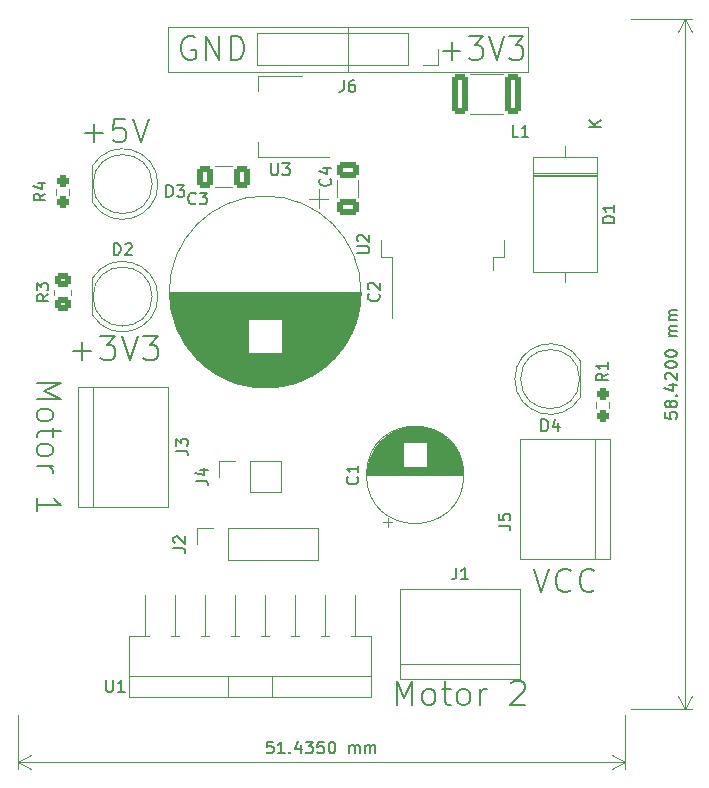
<source format=gto>
%TF.GenerationSoftware,KiCad,Pcbnew,(6.0.8)*%
%TF.CreationDate,2022-10-23T00:13:42+03:00*%
%TF.ProjectId,PowerBoard,506f7765-7242-46f6-9172-642e6b696361,rev?*%
%TF.SameCoordinates,Original*%
%TF.FileFunction,Legend,Top*%
%TF.FilePolarity,Positive*%
%FSLAX46Y46*%
G04 Gerber Fmt 4.6, Leading zero omitted, Abs format (unit mm)*
G04 Created by KiCad (PCBNEW (6.0.8)) date 2022-10-23 00:13:42*
%MOMM*%
%LPD*%
G01*
G04 APERTURE LIST*
G04 Aperture macros list*
%AMRoundRect*
0 Rectangle with rounded corners*
0 $1 Rounding radius*
0 $2 $3 $4 $5 $6 $7 $8 $9 X,Y pos of 4 corners*
0 Add a 4 corners polygon primitive as box body*
4,1,4,$2,$3,$4,$5,$6,$7,$8,$9,$2,$3,0*
0 Add four circle primitives for the rounded corners*
1,1,$1+$1,$2,$3*
1,1,$1+$1,$4,$5*
1,1,$1+$1,$6,$7*
1,1,$1+$1,$8,$9*
0 Add four rect primitives between the rounded corners*
20,1,$1+$1,$2,$3,$4,$5,0*
20,1,$1+$1,$4,$5,$6,$7,0*
20,1,$1+$1,$6,$7,$8,$9,0*
20,1,$1+$1,$8,$9,$2,$3,0*%
G04 Aperture macros list end*
%ADD10C,0.120000*%
%ADD11C,0.150000*%
%ADD12R,1.600000X1.600000*%
%ADD13C,1.600000*%
%ADD14R,1.700000X1.700000*%
%ADD15O,1.700000X1.700000*%
%ADD16RoundRect,0.237500X-0.237500X0.250000X-0.237500X-0.250000X0.237500X-0.250000X0.237500X0.250000X0*%
%ADD17R,2.400000X2.400000*%
%ADD18C,2.400000*%
%ADD19R,1.800000X1.800000*%
%ADD20C,1.800000*%
%ADD21C,3.600000*%
%ADD22C,5.600000*%
%ADD23R,3.000000X3.000000*%
%ADD24C,3.000000*%
%ADD25RoundRect,0.250000X0.450000X-0.350000X0.450000X0.350000X-0.450000X0.350000X-0.450000X-0.350000X0*%
%ADD26O,1.800000X1.800000*%
%ADD27R,3.200000X3.200000*%
%ADD28O,3.200000X3.200000*%
%ADD29R,2.000000X1.500000*%
%ADD30R,2.000000X3.800000*%
%ADD31R,1.100000X4.600000*%
%ADD32R,10.800000X9.400000*%
%ADD33RoundRect,0.250000X0.400000X1.450000X-0.400000X1.450000X-0.400000X-1.450000X0.400000X-1.450000X0*%
%ADD34RoundRect,0.250000X0.412500X0.650000X-0.412500X0.650000X-0.412500X-0.650000X0.412500X-0.650000X0*%
%ADD35RoundRect,0.250000X0.650000X-0.412500X0.650000X0.412500X-0.650000X0.412500X-0.650000X-0.412500X0*%
G04 APERTURE END LIST*
D10*
X211455000Y-27305000D02*
X226695000Y-27305000D01*
X226695000Y-27305000D02*
X226695000Y-31115000D01*
X226695000Y-31115000D02*
X211455000Y-31115000D01*
X211455000Y-31115000D02*
X211455000Y-27305000D01*
X226695000Y-27305000D02*
X241935000Y-27305000D01*
X241935000Y-27305000D02*
X241935000Y-31115000D01*
X241935000Y-31115000D02*
X226695000Y-31115000D01*
X226695000Y-31115000D02*
X226695000Y-27305000D01*
D11*
X203486190Y-54752857D02*
X205010000Y-54752857D01*
X204248095Y-55514761D02*
X204248095Y-53990952D01*
X205771904Y-53514761D02*
X207010000Y-53514761D01*
X206343333Y-54276666D01*
X206629047Y-54276666D01*
X206819523Y-54371904D01*
X206914761Y-54467142D01*
X207010000Y-54657619D01*
X207010000Y-55133809D01*
X206914761Y-55324285D01*
X206819523Y-55419523D01*
X206629047Y-55514761D01*
X206057619Y-55514761D01*
X205867142Y-55419523D01*
X205771904Y-55324285D01*
X207581428Y-53514761D02*
X208248095Y-55514761D01*
X208914761Y-53514761D01*
X209390952Y-53514761D02*
X210629047Y-53514761D01*
X209962380Y-54276666D01*
X210248095Y-54276666D01*
X210438571Y-54371904D01*
X210533809Y-54467142D01*
X210629047Y-54657619D01*
X210629047Y-55133809D01*
X210533809Y-55324285D01*
X210438571Y-55419523D01*
X210248095Y-55514761D01*
X209676666Y-55514761D01*
X209486190Y-55419523D01*
X209390952Y-55324285D01*
X234777380Y-29352857D02*
X236225000Y-29352857D01*
X235501190Y-30114761D02*
X235501190Y-28590952D01*
X236948809Y-28114761D02*
X238125000Y-28114761D01*
X237491666Y-28876666D01*
X237763095Y-28876666D01*
X237944047Y-28971904D01*
X238034523Y-29067142D01*
X238125000Y-29257619D01*
X238125000Y-29733809D01*
X238034523Y-29924285D01*
X237944047Y-30019523D01*
X237763095Y-30114761D01*
X237220238Y-30114761D01*
X237039285Y-30019523D01*
X236948809Y-29924285D01*
X238667857Y-28114761D02*
X239301190Y-30114761D01*
X239934523Y-28114761D01*
X240386904Y-28114761D02*
X241563095Y-28114761D01*
X240929761Y-28876666D01*
X241201190Y-28876666D01*
X241382142Y-28971904D01*
X241472619Y-29067142D01*
X241563095Y-29257619D01*
X241563095Y-29733809D01*
X241472619Y-29924285D01*
X241382142Y-30019523D01*
X241201190Y-30114761D01*
X240658333Y-30114761D01*
X240477380Y-30019523D01*
X240386904Y-29924285D01*
X242443333Y-73199761D02*
X243110000Y-75199761D01*
X243776666Y-73199761D01*
X245586190Y-75009285D02*
X245490952Y-75104523D01*
X245205238Y-75199761D01*
X245014761Y-75199761D01*
X244729047Y-75104523D01*
X244538571Y-74914047D01*
X244443333Y-74723571D01*
X244348095Y-74342619D01*
X244348095Y-74056904D01*
X244443333Y-73675952D01*
X244538571Y-73485476D01*
X244729047Y-73295000D01*
X245014761Y-73199761D01*
X245205238Y-73199761D01*
X245490952Y-73295000D01*
X245586190Y-73390238D01*
X247586190Y-75009285D02*
X247490952Y-75104523D01*
X247205238Y-75199761D01*
X247014761Y-75199761D01*
X246729047Y-75104523D01*
X246538571Y-74914047D01*
X246443333Y-74723571D01*
X246348095Y-74342619D01*
X246348095Y-74056904D01*
X246443333Y-73675952D01*
X246538571Y-73485476D01*
X246729047Y-73295000D01*
X247014761Y-73199761D01*
X247205238Y-73199761D01*
X247490952Y-73295000D01*
X247586190Y-73390238D01*
X230839047Y-84724761D02*
X230839047Y-82724761D01*
X231505714Y-84153333D01*
X232172380Y-82724761D01*
X232172380Y-84724761D01*
X233410476Y-84724761D02*
X233220000Y-84629523D01*
X233124761Y-84534285D01*
X233029523Y-84343809D01*
X233029523Y-83772380D01*
X233124761Y-83581904D01*
X233220000Y-83486666D01*
X233410476Y-83391428D01*
X233696190Y-83391428D01*
X233886666Y-83486666D01*
X233981904Y-83581904D01*
X234077142Y-83772380D01*
X234077142Y-84343809D01*
X233981904Y-84534285D01*
X233886666Y-84629523D01*
X233696190Y-84724761D01*
X233410476Y-84724761D01*
X234648571Y-83391428D02*
X235410476Y-83391428D01*
X234934285Y-82724761D02*
X234934285Y-84439047D01*
X235029523Y-84629523D01*
X235220000Y-84724761D01*
X235410476Y-84724761D01*
X236362857Y-84724761D02*
X236172380Y-84629523D01*
X236077142Y-84534285D01*
X235981904Y-84343809D01*
X235981904Y-83772380D01*
X236077142Y-83581904D01*
X236172380Y-83486666D01*
X236362857Y-83391428D01*
X236648571Y-83391428D01*
X236839047Y-83486666D01*
X236934285Y-83581904D01*
X237029523Y-83772380D01*
X237029523Y-84343809D01*
X236934285Y-84534285D01*
X236839047Y-84629523D01*
X236648571Y-84724761D01*
X236362857Y-84724761D01*
X237886666Y-84724761D02*
X237886666Y-83391428D01*
X237886666Y-83772380D02*
X237981904Y-83581904D01*
X238077142Y-83486666D01*
X238267619Y-83391428D01*
X238458095Y-83391428D01*
X240553333Y-82915238D02*
X240648571Y-82820000D01*
X240839047Y-82724761D01*
X241315238Y-82724761D01*
X241505714Y-82820000D01*
X241600952Y-82915238D01*
X241696190Y-83105714D01*
X241696190Y-83296190D01*
X241600952Y-83581904D01*
X240458095Y-84724761D01*
X241696190Y-84724761D01*
X200390238Y-57484047D02*
X202390238Y-57484047D01*
X200961666Y-58150714D01*
X202390238Y-58817380D01*
X200390238Y-58817380D01*
X200390238Y-60055476D02*
X200485476Y-59865000D01*
X200580714Y-59769761D01*
X200771190Y-59674523D01*
X201342619Y-59674523D01*
X201533095Y-59769761D01*
X201628333Y-59865000D01*
X201723571Y-60055476D01*
X201723571Y-60341190D01*
X201628333Y-60531666D01*
X201533095Y-60626904D01*
X201342619Y-60722142D01*
X200771190Y-60722142D01*
X200580714Y-60626904D01*
X200485476Y-60531666D01*
X200390238Y-60341190D01*
X200390238Y-60055476D01*
X201723571Y-61293571D02*
X201723571Y-62055476D01*
X202390238Y-61579285D02*
X200675952Y-61579285D01*
X200485476Y-61674523D01*
X200390238Y-61865000D01*
X200390238Y-62055476D01*
X200390238Y-63007857D02*
X200485476Y-62817380D01*
X200580714Y-62722142D01*
X200771190Y-62626904D01*
X201342619Y-62626904D01*
X201533095Y-62722142D01*
X201628333Y-62817380D01*
X201723571Y-63007857D01*
X201723571Y-63293571D01*
X201628333Y-63484047D01*
X201533095Y-63579285D01*
X201342619Y-63674523D01*
X200771190Y-63674523D01*
X200580714Y-63579285D01*
X200485476Y-63484047D01*
X200390238Y-63293571D01*
X200390238Y-63007857D01*
X200390238Y-64531666D02*
X201723571Y-64531666D01*
X201342619Y-64531666D02*
X201533095Y-64626904D01*
X201628333Y-64722142D01*
X201723571Y-64912619D01*
X201723571Y-65103095D01*
X200390238Y-68341190D02*
X200390238Y-67198333D01*
X200390238Y-67769761D02*
X202390238Y-67769761D01*
X202104523Y-67579285D01*
X201914047Y-67388809D01*
X201818809Y-67198333D01*
X204438571Y-36337857D02*
X205962380Y-36337857D01*
X205200476Y-37099761D02*
X205200476Y-35575952D01*
X207867142Y-35099761D02*
X206914761Y-35099761D01*
X206819523Y-36052142D01*
X206914761Y-35956904D01*
X207105238Y-35861666D01*
X207581428Y-35861666D01*
X207771904Y-35956904D01*
X207867142Y-36052142D01*
X207962380Y-36242619D01*
X207962380Y-36718809D01*
X207867142Y-36909285D01*
X207771904Y-37004523D01*
X207581428Y-37099761D01*
X207105238Y-37099761D01*
X206914761Y-37004523D01*
X206819523Y-36909285D01*
X208533809Y-35099761D02*
X209200476Y-37099761D01*
X209867142Y-35099761D01*
X213741190Y-28210000D02*
X213550714Y-28114761D01*
X213265000Y-28114761D01*
X212979285Y-28210000D01*
X212788809Y-28400476D01*
X212693571Y-28590952D01*
X212598333Y-28971904D01*
X212598333Y-29257619D01*
X212693571Y-29638571D01*
X212788809Y-29829047D01*
X212979285Y-30019523D01*
X213265000Y-30114761D01*
X213455476Y-30114761D01*
X213741190Y-30019523D01*
X213836428Y-29924285D01*
X213836428Y-29257619D01*
X213455476Y-29257619D01*
X214693571Y-30114761D02*
X214693571Y-28114761D01*
X215836428Y-30114761D01*
X215836428Y-28114761D01*
X216788809Y-30114761D02*
X216788809Y-28114761D01*
X217265000Y-28114761D01*
X217550714Y-28210000D01*
X217741190Y-28400476D01*
X217836428Y-28590952D01*
X217931666Y-28971904D01*
X217931666Y-29257619D01*
X217836428Y-29638571D01*
X217741190Y-29829047D01*
X217550714Y-30019523D01*
X217265000Y-30114761D01*
X216788809Y-30114761D01*
X253572380Y-59975238D02*
X253572380Y-60451428D01*
X254048571Y-60499047D01*
X254000952Y-60451428D01*
X253953333Y-60356190D01*
X253953333Y-60118095D01*
X254000952Y-60022857D01*
X254048571Y-59975238D01*
X254143809Y-59927619D01*
X254381904Y-59927619D01*
X254477142Y-59975238D01*
X254524761Y-60022857D01*
X254572380Y-60118095D01*
X254572380Y-60356190D01*
X254524761Y-60451428D01*
X254477142Y-60499047D01*
X254000952Y-59356190D02*
X253953333Y-59451428D01*
X253905714Y-59499047D01*
X253810476Y-59546666D01*
X253762857Y-59546666D01*
X253667619Y-59499047D01*
X253620000Y-59451428D01*
X253572380Y-59356190D01*
X253572380Y-59165714D01*
X253620000Y-59070476D01*
X253667619Y-59022857D01*
X253762857Y-58975238D01*
X253810476Y-58975238D01*
X253905714Y-59022857D01*
X253953333Y-59070476D01*
X254000952Y-59165714D01*
X254000952Y-59356190D01*
X254048571Y-59451428D01*
X254096190Y-59499047D01*
X254191428Y-59546666D01*
X254381904Y-59546666D01*
X254477142Y-59499047D01*
X254524761Y-59451428D01*
X254572380Y-59356190D01*
X254572380Y-59165714D01*
X254524761Y-59070476D01*
X254477142Y-59022857D01*
X254381904Y-58975238D01*
X254191428Y-58975238D01*
X254096190Y-59022857D01*
X254048571Y-59070476D01*
X254000952Y-59165714D01*
X254477142Y-58546666D02*
X254524761Y-58499047D01*
X254572380Y-58546666D01*
X254524761Y-58594285D01*
X254477142Y-58546666D01*
X254572380Y-58546666D01*
X253905714Y-57641904D02*
X254572380Y-57641904D01*
X253524761Y-57880000D02*
X254239047Y-58118095D01*
X254239047Y-57499047D01*
X253667619Y-57165714D02*
X253620000Y-57118095D01*
X253572380Y-57022857D01*
X253572380Y-56784761D01*
X253620000Y-56689523D01*
X253667619Y-56641904D01*
X253762857Y-56594285D01*
X253858095Y-56594285D01*
X254000952Y-56641904D01*
X254572380Y-57213333D01*
X254572380Y-56594285D01*
X253572380Y-55975238D02*
X253572380Y-55880000D01*
X253620000Y-55784761D01*
X253667619Y-55737142D01*
X253762857Y-55689523D01*
X253953333Y-55641904D01*
X254191428Y-55641904D01*
X254381904Y-55689523D01*
X254477142Y-55737142D01*
X254524761Y-55784761D01*
X254572380Y-55880000D01*
X254572380Y-55975238D01*
X254524761Y-56070476D01*
X254477142Y-56118095D01*
X254381904Y-56165714D01*
X254191428Y-56213333D01*
X253953333Y-56213333D01*
X253762857Y-56165714D01*
X253667619Y-56118095D01*
X253620000Y-56070476D01*
X253572380Y-55975238D01*
X253572380Y-55022857D02*
X253572380Y-54927619D01*
X253620000Y-54832380D01*
X253667619Y-54784761D01*
X253762857Y-54737142D01*
X253953333Y-54689523D01*
X254191428Y-54689523D01*
X254381904Y-54737142D01*
X254477142Y-54784761D01*
X254524761Y-54832380D01*
X254572380Y-54927619D01*
X254572380Y-55022857D01*
X254524761Y-55118095D01*
X254477142Y-55165714D01*
X254381904Y-55213333D01*
X254191428Y-55260952D01*
X253953333Y-55260952D01*
X253762857Y-55213333D01*
X253667619Y-55165714D01*
X253620000Y-55118095D01*
X253572380Y-55022857D01*
X254572380Y-53499047D02*
X253905714Y-53499047D01*
X254000952Y-53499047D02*
X253953333Y-53451428D01*
X253905714Y-53356190D01*
X253905714Y-53213333D01*
X253953333Y-53118095D01*
X254048571Y-53070476D01*
X254572380Y-53070476D01*
X254048571Y-53070476D02*
X253953333Y-53022857D01*
X253905714Y-52927619D01*
X253905714Y-52784761D01*
X253953333Y-52689523D01*
X254048571Y-52641904D01*
X254572380Y-52641904D01*
X254572380Y-52165714D02*
X253905714Y-52165714D01*
X254000952Y-52165714D02*
X253953333Y-52118095D01*
X253905714Y-52022857D01*
X253905714Y-51880000D01*
X253953333Y-51784761D01*
X254048571Y-51737142D01*
X254572380Y-51737142D01*
X254048571Y-51737142D02*
X253953333Y-51689523D01*
X253905714Y-51594285D01*
X253905714Y-51451428D01*
X253953333Y-51356190D01*
X254048571Y-51308571D01*
X254572380Y-51308571D01*
D10*
X250690000Y-26670000D02*
X255856420Y-26670000D01*
X250690000Y-85090000D02*
X255856420Y-85090000D01*
X255270000Y-26670000D02*
X255270000Y-85090000D01*
X255270000Y-26670000D02*
X255270000Y-85090000D01*
X255270000Y-26670000D02*
X254683579Y-27796504D01*
X255270000Y-26670000D02*
X255856421Y-27796504D01*
X255270000Y-85090000D02*
X255856421Y-83963496D01*
X255270000Y-85090000D02*
X254683579Y-83963496D01*
D11*
X220377261Y-87837379D02*
X219901071Y-87837379D01*
X219853452Y-88313570D01*
X219901071Y-88265951D01*
X219996309Y-88218332D01*
X220234404Y-88218332D01*
X220329642Y-88265951D01*
X220377261Y-88313570D01*
X220424880Y-88408808D01*
X220424880Y-88646903D01*
X220377261Y-88742141D01*
X220329642Y-88789760D01*
X220234404Y-88837379D01*
X219996309Y-88837379D01*
X219901071Y-88789760D01*
X219853452Y-88742141D01*
X221377261Y-88837379D02*
X220805833Y-88837379D01*
X221091547Y-88837379D02*
X221091547Y-87837379D01*
X220996309Y-87980237D01*
X220901071Y-88075475D01*
X220805833Y-88123094D01*
X221805833Y-88742141D02*
X221853452Y-88789760D01*
X221805833Y-88837379D01*
X221758214Y-88789760D01*
X221805833Y-88742141D01*
X221805833Y-88837379D01*
X222710595Y-88170713D02*
X222710595Y-88837379D01*
X222472500Y-87789760D02*
X222234404Y-88504046D01*
X222853452Y-88504046D01*
X223139166Y-87837379D02*
X223758214Y-87837379D01*
X223424880Y-88218332D01*
X223567738Y-88218332D01*
X223662976Y-88265951D01*
X223710595Y-88313570D01*
X223758214Y-88408808D01*
X223758214Y-88646903D01*
X223710595Y-88742141D01*
X223662976Y-88789760D01*
X223567738Y-88837379D01*
X223282023Y-88837379D01*
X223186785Y-88789760D01*
X223139166Y-88742141D01*
X224662976Y-87837379D02*
X224186785Y-87837379D01*
X224139166Y-88313570D01*
X224186785Y-88265951D01*
X224282023Y-88218332D01*
X224520119Y-88218332D01*
X224615357Y-88265951D01*
X224662976Y-88313570D01*
X224710595Y-88408808D01*
X224710595Y-88646903D01*
X224662976Y-88742141D01*
X224615357Y-88789760D01*
X224520119Y-88837379D01*
X224282023Y-88837379D01*
X224186785Y-88789760D01*
X224139166Y-88742141D01*
X225329642Y-87837379D02*
X225424880Y-87837379D01*
X225520119Y-87884999D01*
X225567738Y-87932618D01*
X225615357Y-88027856D01*
X225662976Y-88218332D01*
X225662976Y-88456427D01*
X225615357Y-88646903D01*
X225567738Y-88742141D01*
X225520119Y-88789760D01*
X225424880Y-88837379D01*
X225329642Y-88837379D01*
X225234404Y-88789760D01*
X225186785Y-88742141D01*
X225139166Y-88646903D01*
X225091547Y-88456427D01*
X225091547Y-88218332D01*
X225139166Y-88027856D01*
X225186785Y-87932618D01*
X225234404Y-87884999D01*
X225329642Y-87837379D01*
X226853452Y-88837379D02*
X226853452Y-88170713D01*
X226853452Y-88265951D02*
X226901071Y-88218332D01*
X226996309Y-88170713D01*
X227139166Y-88170713D01*
X227234404Y-88218332D01*
X227282023Y-88313570D01*
X227282023Y-88837379D01*
X227282023Y-88313570D02*
X227329642Y-88218332D01*
X227424880Y-88170713D01*
X227567738Y-88170713D01*
X227662976Y-88218332D01*
X227710595Y-88313570D01*
X227710595Y-88837379D01*
X228186785Y-88837379D02*
X228186785Y-88170713D01*
X228186785Y-88265951D02*
X228234404Y-88218332D01*
X228329642Y-88170713D01*
X228472500Y-88170713D01*
X228567738Y-88218332D01*
X228615357Y-88313570D01*
X228615357Y-88837379D01*
X228615357Y-88313570D02*
X228662976Y-88218332D01*
X228758214Y-88170713D01*
X228901071Y-88170713D01*
X228996309Y-88218332D01*
X229043928Y-88313570D01*
X229043928Y-88837379D01*
D10*
X198755000Y-85590000D02*
X198755000Y-90121419D01*
X250190000Y-85590000D02*
X250190000Y-90121419D01*
X198755000Y-89534999D02*
X250190000Y-89534999D01*
X198755000Y-89534999D02*
X250190000Y-89534999D01*
X198755000Y-89534999D02*
X199881504Y-90121420D01*
X198755000Y-89534999D02*
X199881504Y-88948578D01*
X250190000Y-89534999D02*
X249063496Y-88948578D01*
X250190000Y-89534999D02*
X249063496Y-90121420D01*
D11*
%TO.C,C1*%
X227517142Y-65429421D02*
X227564761Y-65477040D01*
X227612380Y-65619897D01*
X227612380Y-65715135D01*
X227564761Y-65857993D01*
X227469523Y-65953231D01*
X227374285Y-66000850D01*
X227183809Y-66048469D01*
X227040952Y-66048469D01*
X226850476Y-66000850D01*
X226755238Y-65953231D01*
X226660000Y-65857993D01*
X226612380Y-65715135D01*
X226612380Y-65619897D01*
X226660000Y-65477040D01*
X226707619Y-65429421D01*
X227612380Y-64477040D02*
X227612380Y-65048469D01*
X227612380Y-64762755D02*
X226612380Y-64762755D01*
X226755238Y-64857993D01*
X226850476Y-64953231D01*
X226898095Y-65048469D01*
%TO.C,J4*%
X213852380Y-65738333D02*
X214566666Y-65738333D01*
X214709523Y-65785952D01*
X214804761Y-65881190D01*
X214852380Y-66024047D01*
X214852380Y-66119285D01*
X214185714Y-64833571D02*
X214852380Y-64833571D01*
X213804761Y-65071666D02*
X214519047Y-65309761D01*
X214519047Y-64690714D01*
%TO.C,R1*%
X248737380Y-56681666D02*
X248261190Y-57015000D01*
X248737380Y-57253095D02*
X247737380Y-57253095D01*
X247737380Y-56872142D01*
X247785000Y-56776904D01*
X247832619Y-56729285D01*
X247927857Y-56681666D01*
X248070714Y-56681666D01*
X248165952Y-56729285D01*
X248213571Y-56776904D01*
X248261190Y-56872142D01*
X248261190Y-57253095D01*
X248737380Y-55729285D02*
X248737380Y-56300714D01*
X248737380Y-56015000D02*
X247737380Y-56015000D01*
X247880238Y-56110238D01*
X247975476Y-56205476D01*
X248023095Y-56300714D01*
%TO.C,C2*%
X229317142Y-49933912D02*
X229364761Y-49981531D01*
X229412380Y-50124388D01*
X229412380Y-50219626D01*
X229364761Y-50362484D01*
X229269523Y-50457722D01*
X229174285Y-50505341D01*
X228983809Y-50552960D01*
X228840952Y-50552960D01*
X228650476Y-50505341D01*
X228555238Y-50457722D01*
X228460000Y-50362484D01*
X228412380Y-50219626D01*
X228412380Y-50124388D01*
X228460000Y-49981531D01*
X228507619Y-49933912D01*
X228507619Y-49552960D02*
X228460000Y-49505341D01*
X228412380Y-49410103D01*
X228412380Y-49172007D01*
X228460000Y-49076769D01*
X228507619Y-49029150D01*
X228602857Y-48981531D01*
X228698095Y-48981531D01*
X228840952Y-49029150D01*
X229412380Y-49600579D01*
X229412380Y-48981531D01*
%TO.C,D4*%
X243101904Y-61562380D02*
X243101904Y-60562380D01*
X243340000Y-60562380D01*
X243482857Y-60610000D01*
X243578095Y-60705238D01*
X243625714Y-60800476D01*
X243673333Y-60990952D01*
X243673333Y-61133809D01*
X243625714Y-61324285D01*
X243578095Y-61419523D01*
X243482857Y-61514761D01*
X243340000Y-61562380D01*
X243101904Y-61562380D01*
X244530476Y-60895714D02*
X244530476Y-61562380D01*
X244292380Y-60514761D02*
X244054285Y-61229047D01*
X244673333Y-61229047D01*
%TO.C,J6*%
X226361666Y-31837380D02*
X226361666Y-32551666D01*
X226314047Y-32694523D01*
X226218809Y-32789761D01*
X226075952Y-32837380D01*
X225980714Y-32837380D01*
X227266428Y-31837380D02*
X227075952Y-31837380D01*
X226980714Y-31885000D01*
X226933095Y-31932619D01*
X226837857Y-32075476D01*
X226790238Y-32265952D01*
X226790238Y-32646904D01*
X226837857Y-32742142D01*
X226885476Y-32789761D01*
X226980714Y-32837380D01*
X227171190Y-32837380D01*
X227266428Y-32789761D01*
X227314047Y-32742142D01*
X227361666Y-32646904D01*
X227361666Y-32408809D01*
X227314047Y-32313571D01*
X227266428Y-32265952D01*
X227171190Y-32218333D01*
X226980714Y-32218333D01*
X226885476Y-32265952D01*
X226837857Y-32313571D01*
X226790238Y-32408809D01*
%TO.C,J3*%
X212177380Y-63198333D02*
X212891666Y-63198333D01*
X213034523Y-63245952D01*
X213129761Y-63341190D01*
X213177380Y-63484047D01*
X213177380Y-63579285D01*
X212177380Y-62817380D02*
X212177380Y-62198333D01*
X212558333Y-62531666D01*
X212558333Y-62388809D01*
X212605952Y-62293571D01*
X212653571Y-62245952D01*
X212748809Y-62198333D01*
X212986904Y-62198333D01*
X213082142Y-62245952D01*
X213129761Y-62293571D01*
X213177380Y-62388809D01*
X213177380Y-62674523D01*
X213129761Y-62769761D01*
X213082142Y-62817380D01*
%TO.C,R3*%
X201367380Y-49966666D02*
X200891190Y-50300000D01*
X201367380Y-50538095D02*
X200367380Y-50538095D01*
X200367380Y-50157142D01*
X200415000Y-50061904D01*
X200462619Y-50014285D01*
X200557857Y-49966666D01*
X200700714Y-49966666D01*
X200795952Y-50014285D01*
X200843571Y-50061904D01*
X200891190Y-50157142D01*
X200891190Y-50538095D01*
X200367380Y-49633333D02*
X200367380Y-49014285D01*
X200748333Y-49347619D01*
X200748333Y-49204761D01*
X200795952Y-49109523D01*
X200843571Y-49061904D01*
X200938809Y-49014285D01*
X201176904Y-49014285D01*
X201272142Y-49061904D01*
X201319761Y-49109523D01*
X201367380Y-49204761D01*
X201367380Y-49490476D01*
X201319761Y-49585714D01*
X201272142Y-49633333D01*
%TO.C,D3*%
X211351904Y-41727380D02*
X211351904Y-40727380D01*
X211590000Y-40727380D01*
X211732857Y-40775000D01*
X211828095Y-40870238D01*
X211875714Y-40965476D01*
X211923333Y-41155952D01*
X211923333Y-41298809D01*
X211875714Y-41489285D01*
X211828095Y-41584523D01*
X211732857Y-41679761D01*
X211590000Y-41727380D01*
X211351904Y-41727380D01*
X212256666Y-40727380D02*
X212875714Y-40727380D01*
X212542380Y-41108333D01*
X212685238Y-41108333D01*
X212780476Y-41155952D01*
X212828095Y-41203571D01*
X212875714Y-41298809D01*
X212875714Y-41536904D01*
X212828095Y-41632142D01*
X212780476Y-41679761D01*
X212685238Y-41727380D01*
X212399523Y-41727380D01*
X212304285Y-41679761D01*
X212256666Y-41632142D01*
%TO.C,J1*%
X235886666Y-73112380D02*
X235886666Y-73826666D01*
X235839047Y-73969523D01*
X235743809Y-74064761D01*
X235600952Y-74112380D01*
X235505714Y-74112380D01*
X236886666Y-74112380D02*
X236315238Y-74112380D01*
X236600952Y-74112380D02*
X236600952Y-73112380D01*
X236505714Y-73255238D01*
X236410476Y-73350476D01*
X236315238Y-73398095D01*
%TO.C,J2*%
X211947380Y-71453333D02*
X212661666Y-71453333D01*
X212804523Y-71500952D01*
X212899761Y-71596190D01*
X212947380Y-71739047D01*
X212947380Y-71834285D01*
X212042619Y-71024761D02*
X211995000Y-70977142D01*
X211947380Y-70881904D01*
X211947380Y-70643809D01*
X211995000Y-70548571D01*
X212042619Y-70500952D01*
X212137857Y-70453333D01*
X212233095Y-70453333D01*
X212375952Y-70500952D01*
X212947380Y-71072380D01*
X212947380Y-70453333D01*
%TO.C,U1*%
X206248095Y-82637380D02*
X206248095Y-83446904D01*
X206295714Y-83542142D01*
X206343333Y-83589761D01*
X206438571Y-83637380D01*
X206629047Y-83637380D01*
X206724285Y-83589761D01*
X206771904Y-83542142D01*
X206819523Y-83446904D01*
X206819523Y-82637380D01*
X207819523Y-83637380D02*
X207248095Y-83637380D01*
X207533809Y-83637380D02*
X207533809Y-82637380D01*
X207438571Y-82780238D01*
X207343333Y-82875476D01*
X207248095Y-82923095D01*
%TO.C,D1*%
X249282380Y-43918095D02*
X248282380Y-43918095D01*
X248282380Y-43680000D01*
X248330000Y-43537142D01*
X248425238Y-43441904D01*
X248520476Y-43394285D01*
X248710952Y-43346666D01*
X248853809Y-43346666D01*
X249044285Y-43394285D01*
X249139523Y-43441904D01*
X249234761Y-43537142D01*
X249282380Y-43680000D01*
X249282380Y-43918095D01*
X249282380Y-42394285D02*
X249282380Y-42965714D01*
X249282380Y-42680000D02*
X248282380Y-42680000D01*
X248425238Y-42775238D01*
X248520476Y-42870476D01*
X248568095Y-42965714D01*
X248162380Y-35821904D02*
X247162380Y-35821904D01*
X248162380Y-35250476D02*
X247590952Y-35679047D01*
X247162380Y-35250476D02*
X247733809Y-35821904D01*
%TO.C,U3*%
X220218095Y-38877380D02*
X220218095Y-39686904D01*
X220265714Y-39782142D01*
X220313333Y-39829761D01*
X220408571Y-39877380D01*
X220599047Y-39877380D01*
X220694285Y-39829761D01*
X220741904Y-39782142D01*
X220789523Y-39686904D01*
X220789523Y-38877380D01*
X221170476Y-38877380D02*
X221789523Y-38877380D01*
X221456190Y-39258333D01*
X221599047Y-39258333D01*
X221694285Y-39305952D01*
X221741904Y-39353571D01*
X221789523Y-39448809D01*
X221789523Y-39686904D01*
X221741904Y-39782142D01*
X221694285Y-39829761D01*
X221599047Y-39877380D01*
X221313333Y-39877380D01*
X221218095Y-39829761D01*
X221170476Y-39782142D01*
%TO.C,U2*%
X227517380Y-46481904D02*
X228326904Y-46481904D01*
X228422142Y-46434285D01*
X228469761Y-46386666D01*
X228517380Y-46291428D01*
X228517380Y-46100952D01*
X228469761Y-46005714D01*
X228422142Y-45958095D01*
X228326904Y-45910476D01*
X227517380Y-45910476D01*
X227612619Y-45481904D02*
X227565000Y-45434285D01*
X227517380Y-45339047D01*
X227517380Y-45100952D01*
X227565000Y-45005714D01*
X227612619Y-44958095D01*
X227707857Y-44910476D01*
X227803095Y-44910476D01*
X227945952Y-44958095D01*
X228517380Y-45529523D01*
X228517380Y-44910476D01*
%TO.C,J5*%
X239482380Y-69548333D02*
X240196666Y-69548333D01*
X240339523Y-69595952D01*
X240434761Y-69691190D01*
X240482380Y-69834047D01*
X240482380Y-69929285D01*
X239482380Y-68595952D02*
X239482380Y-69072142D01*
X239958571Y-69119761D01*
X239910952Y-69072142D01*
X239863333Y-68976904D01*
X239863333Y-68738809D01*
X239910952Y-68643571D01*
X239958571Y-68595952D01*
X240053809Y-68548333D01*
X240291904Y-68548333D01*
X240387142Y-68595952D01*
X240434761Y-68643571D01*
X240482380Y-68738809D01*
X240482380Y-68976904D01*
X240434761Y-69072142D01*
X240387142Y-69119761D01*
%TO.C,L1*%
X241133333Y-36647380D02*
X240657142Y-36647380D01*
X240657142Y-35647380D01*
X241990476Y-36647380D02*
X241419047Y-36647380D01*
X241704761Y-36647380D02*
X241704761Y-35647380D01*
X241609523Y-35790238D01*
X241514285Y-35885476D01*
X241419047Y-35933095D01*
%TO.C,C3*%
X213828333Y-42267142D02*
X213780714Y-42314761D01*
X213637857Y-42362380D01*
X213542619Y-42362380D01*
X213399761Y-42314761D01*
X213304523Y-42219523D01*
X213256904Y-42124285D01*
X213209285Y-41933809D01*
X213209285Y-41790952D01*
X213256904Y-41600476D01*
X213304523Y-41505238D01*
X213399761Y-41410000D01*
X213542619Y-41362380D01*
X213637857Y-41362380D01*
X213780714Y-41410000D01*
X213828333Y-41457619D01*
X214161666Y-41362380D02*
X214780714Y-41362380D01*
X214447380Y-41743333D01*
X214590238Y-41743333D01*
X214685476Y-41790952D01*
X214733095Y-41838571D01*
X214780714Y-41933809D01*
X214780714Y-42171904D01*
X214733095Y-42267142D01*
X214685476Y-42314761D01*
X214590238Y-42362380D01*
X214304523Y-42362380D01*
X214209285Y-42314761D01*
X214161666Y-42267142D01*
%TO.C,C4*%
X225202142Y-40171666D02*
X225249761Y-40219285D01*
X225297380Y-40362142D01*
X225297380Y-40457380D01*
X225249761Y-40600238D01*
X225154523Y-40695476D01*
X225059285Y-40743095D01*
X224868809Y-40790714D01*
X224725952Y-40790714D01*
X224535476Y-40743095D01*
X224440238Y-40695476D01*
X224345000Y-40600238D01*
X224297380Y-40457380D01*
X224297380Y-40362142D01*
X224345000Y-40219285D01*
X224392619Y-40171666D01*
X224630714Y-39314523D02*
X225297380Y-39314523D01*
X224249761Y-39552619D02*
X224964047Y-39790714D01*
X224964047Y-39171666D01*
%TO.C,R4*%
X201112380Y-41441666D02*
X200636190Y-41775000D01*
X201112380Y-42013095D02*
X200112380Y-42013095D01*
X200112380Y-41632142D01*
X200160000Y-41536904D01*
X200207619Y-41489285D01*
X200302857Y-41441666D01*
X200445714Y-41441666D01*
X200540952Y-41489285D01*
X200588571Y-41536904D01*
X200636190Y-41632142D01*
X200636190Y-42013095D01*
X200445714Y-40584523D02*
X201112380Y-40584523D01*
X200064761Y-40822619D02*
X200779047Y-41060714D01*
X200779047Y-40441666D01*
%TO.C,D2*%
X206901904Y-46657380D02*
X206901904Y-45657380D01*
X207140000Y-45657380D01*
X207282857Y-45705000D01*
X207378095Y-45800238D01*
X207425714Y-45895476D01*
X207473333Y-46085952D01*
X207473333Y-46228809D01*
X207425714Y-46419285D01*
X207378095Y-46514523D01*
X207282857Y-46609761D01*
X207140000Y-46657380D01*
X206901904Y-46657380D01*
X207854285Y-45752619D02*
X207901904Y-45705000D01*
X207997142Y-45657380D01*
X208235238Y-45657380D01*
X208330476Y-45705000D01*
X208378095Y-45752619D01*
X208425714Y-45847857D01*
X208425714Y-45943095D01*
X208378095Y-46085952D01*
X207806666Y-46657380D01*
X208425714Y-46657380D01*
D10*
%TO.C,C1*%
X229465000Y-62421755D02*
X235355000Y-62421755D01*
X228368000Y-64702755D02*
X236452000Y-64702755D01*
X233450000Y-64421755D02*
X236404000Y-64421755D01*
X228334000Y-65062755D02*
X236486000Y-65062755D01*
X228349000Y-64862755D02*
X236471000Y-64862755D01*
X233450000Y-63981755D02*
X236287000Y-63981755D01*
X230123000Y-61861755D02*
X234697000Y-61861755D01*
X228560000Y-63901755D02*
X231370000Y-63901755D01*
X228463000Y-64221755D02*
X231370000Y-64221755D01*
X230765000Y-61501755D02*
X234055000Y-61501755D01*
X229905000Y-62021755D02*
X234915000Y-62021755D01*
X228333000Y-65102755D02*
X236487000Y-65102755D01*
X233450000Y-63221755D02*
X235950000Y-63221755D01*
X233450000Y-64301755D02*
X236377000Y-64301755D01*
X233450000Y-63701755D02*
X236184000Y-63701755D01*
X229503000Y-62381755D02*
X235317000Y-62381755D01*
X228724000Y-63501755D02*
X231370000Y-63501755D01*
X228670000Y-63621755D02*
X231370000Y-63621755D01*
X229713000Y-62181755D02*
X235107000Y-62181755D01*
X228408000Y-64461755D02*
X231370000Y-64461755D01*
X233450000Y-64501755D02*
X236420000Y-64501755D01*
X229018000Y-62981755D02*
X231370000Y-62981755D01*
X228620000Y-63741755D02*
X231370000Y-63741755D01*
X233450000Y-64061755D02*
X236312000Y-64061755D01*
X228521000Y-64021755D02*
X231370000Y-64021755D01*
X228443000Y-64301755D02*
X231370000Y-64301755D01*
X233450000Y-63141755D02*
X235903000Y-63141755D01*
X229854000Y-62061755D02*
X234966000Y-62061755D01*
X230597000Y-61581755D02*
X234223000Y-61581755D01*
X228400000Y-64501755D02*
X231370000Y-64501755D01*
X228380000Y-64622755D02*
X236440000Y-64622755D01*
X228330000Y-65222755D02*
X236490000Y-65222755D01*
X228941000Y-63101755D02*
X231370000Y-63101755D01*
X228474000Y-64181755D02*
X231370000Y-64181755D01*
X233450000Y-63941755D02*
X236273000Y-63941755D01*
X229584000Y-62301755D02*
X235236000Y-62301755D01*
X230244000Y-61781755D02*
X234576000Y-61781755D01*
X229286000Y-62621755D02*
X231370000Y-62621755D01*
X233450000Y-62741755D02*
X235630000Y-62741755D01*
X228345000Y-64902755D02*
X236475000Y-64902755D01*
X231181000Y-61341755D02*
X233639000Y-61341755D01*
X233450000Y-63301755D02*
X235994000Y-63301755D01*
X228434000Y-64341755D02*
X231370000Y-64341755D01*
X229695000Y-69272453D02*
X230495000Y-69272453D01*
X228485000Y-64141755D02*
X231370000Y-64141755D01*
X233450000Y-64461755D02*
X236412000Y-64461755D01*
X228453000Y-64261755D02*
X231370000Y-64261755D01*
X233450000Y-63581755D02*
X236132000Y-63581755D01*
X233450000Y-63021755D02*
X235828000Y-63021755D01*
X228339000Y-64982755D02*
X236481000Y-64982755D01*
X228575000Y-63861755D02*
X231370000Y-63861755D01*
X228804000Y-63341755D02*
X231370000Y-63341755D01*
X233450000Y-63461755D02*
X236076000Y-63461755D01*
X233450000Y-62701755D02*
X235599000Y-62701755D01*
X233450000Y-64101755D02*
X236324000Y-64101755D01*
X228416000Y-64421755D02*
X231370000Y-64421755D01*
X233450000Y-63341755D02*
X236016000Y-63341755D01*
X229759000Y-62141755D02*
X235061000Y-62141755D01*
X233450000Y-63621755D02*
X236150000Y-63621755D01*
X233450000Y-64021755D02*
X236299000Y-64021755D01*
X233450000Y-62941755D02*
X235775000Y-62941755D01*
X233450000Y-64541755D02*
X236427000Y-64541755D01*
X233450000Y-63261755D02*
X235972000Y-63261755D01*
X233450000Y-62661755D02*
X235566000Y-62661755D01*
X233450000Y-62541755D02*
X235465000Y-62541755D01*
X229669000Y-62221755D02*
X235151000Y-62221755D01*
X228893000Y-63181755D02*
X231370000Y-63181755D01*
X233450000Y-63861755D02*
X236245000Y-63861755D01*
X228870000Y-63221755D02*
X231370000Y-63221755D01*
X233450000Y-62621755D02*
X235534000Y-62621755D01*
X229391000Y-62501755D02*
X231370000Y-62501755D01*
X228362000Y-64742755D02*
X236458000Y-64742755D01*
X233450000Y-63541755D02*
X236114000Y-63541755D01*
X233450000Y-63741755D02*
X236200000Y-63741755D01*
X229072000Y-62901755D02*
X231370000Y-62901755D01*
X228386000Y-64582755D02*
X236434000Y-64582755D01*
X233450000Y-64381755D02*
X236395000Y-64381755D01*
X229320000Y-62581755D02*
X231370000Y-62581755D01*
X230446000Y-61661755D02*
X234374000Y-61661755D01*
X230308000Y-61741755D02*
X234512000Y-61741755D01*
X231877000Y-61181755D02*
X232943000Y-61181755D01*
X230010000Y-61941755D02*
X234810000Y-61941755D01*
X233450000Y-62981755D02*
X235802000Y-62981755D01*
X229130000Y-62821755D02*
X231370000Y-62821755D01*
X228547000Y-63941755D02*
X231370000Y-63941755D01*
X230376000Y-61701755D02*
X234444000Y-61701755D01*
X233450000Y-63181755D02*
X235927000Y-63181755D01*
X228848000Y-63261755D02*
X231370000Y-63261755D01*
X228331000Y-65142755D02*
X236489000Y-65142755D01*
X233450000Y-63821755D02*
X236231000Y-63821755D01*
X229427000Y-62461755D02*
X235393000Y-62461755D01*
X233450000Y-62501755D02*
X235429000Y-62501755D01*
X233450000Y-62581755D02*
X235500000Y-62581755D01*
X233450000Y-63381755D02*
X236037000Y-63381755D01*
X228336000Y-65022755D02*
X236484000Y-65022755D01*
X229626000Y-62261755D02*
X235194000Y-62261755D01*
X229355000Y-62541755D02*
X231370000Y-62541755D01*
X228706000Y-63541755D02*
X231370000Y-63541755D01*
X228589000Y-63821755D02*
X231370000Y-63821755D01*
X233450000Y-62901755D02*
X235748000Y-62901755D01*
X233450000Y-64181755D02*
X236346000Y-64181755D01*
X228533000Y-63981755D02*
X231370000Y-63981755D01*
X228688000Y-63581755D02*
X231370000Y-63581755D01*
X233450000Y-62821755D02*
X235690000Y-62821755D01*
X228917000Y-63141755D02*
X231370000Y-63141755D01*
X233450000Y-64261755D02*
X236367000Y-64261755D01*
X230095000Y-69672453D02*
X230095000Y-68872453D01*
X231642000Y-61221755D02*
X233178000Y-61221755D01*
X233450000Y-63781755D02*
X236215000Y-63781755D01*
X228508000Y-64061755D02*
X231370000Y-64061755D01*
X233450000Y-64221755D02*
X236357000Y-64221755D01*
X229543000Y-62341755D02*
X235277000Y-62341755D01*
X228425000Y-64381755D02*
X231370000Y-64381755D01*
X230520000Y-61621755D02*
X234300000Y-61621755D01*
X233450000Y-62781755D02*
X235660000Y-62781755D01*
X229045000Y-62941755D02*
X231370000Y-62941755D01*
X228826000Y-63301755D02*
X231370000Y-63301755D01*
X233450000Y-64141755D02*
X236335000Y-64141755D01*
X233450000Y-63661755D02*
X236167000Y-63661755D01*
X230065000Y-61901755D02*
X234755000Y-61901755D01*
X233450000Y-63061755D02*
X235854000Y-63061755D01*
X228744000Y-63461755D02*
X231370000Y-63461755D01*
X229221000Y-62701755D02*
X231370000Y-62701755D01*
X229190000Y-62741755D02*
X231370000Y-62741755D01*
X228636000Y-63701755D02*
X231370000Y-63701755D01*
X228783000Y-63381755D02*
X231370000Y-63381755D01*
X230858000Y-61461755D02*
X233962000Y-61461755D01*
X228330000Y-65262755D02*
X236490000Y-65262755D01*
X233450000Y-63101755D02*
X235879000Y-63101755D01*
X228605000Y-63781755D02*
X231370000Y-63781755D01*
X233450000Y-64341755D02*
X236386000Y-64341755D01*
X228358000Y-64782755D02*
X236462000Y-64782755D01*
X228393000Y-64541755D02*
X231370000Y-64541755D01*
X228992000Y-63021755D02*
X231370000Y-63021755D01*
X229254000Y-62661755D02*
X231370000Y-62661755D01*
X230182000Y-61821755D02*
X234638000Y-61821755D01*
X229160000Y-62781755D02*
X231370000Y-62781755D01*
X231064000Y-61381755D02*
X233756000Y-61381755D01*
X233450000Y-63901755D02*
X236260000Y-63901755D01*
X228330000Y-65182755D02*
X236490000Y-65182755D01*
X229806000Y-62101755D02*
X235014000Y-62101755D01*
X228373000Y-64662755D02*
X236447000Y-64662755D01*
X228763000Y-63421755D02*
X231370000Y-63421755D01*
X229101000Y-62861755D02*
X231370000Y-62861755D01*
X231312000Y-61301755D02*
X233508000Y-61301755D01*
X230679000Y-61541755D02*
X234141000Y-61541755D01*
X228342000Y-64942755D02*
X236478000Y-64942755D01*
X230957000Y-61421755D02*
X233863000Y-61421755D01*
X233450000Y-63421755D02*
X236057000Y-63421755D01*
X228966000Y-63061755D02*
X231370000Y-63061755D01*
X228653000Y-63661755D02*
X231370000Y-63661755D01*
X233450000Y-63501755D02*
X236096000Y-63501755D01*
X228353000Y-64822755D02*
X236467000Y-64822755D01*
X231462000Y-61261755D02*
X233358000Y-61261755D01*
X229956000Y-61981755D02*
X234864000Y-61981755D01*
X228496000Y-64101755D02*
X231370000Y-64101755D01*
X233450000Y-62861755D02*
X235719000Y-62861755D01*
X236530000Y-65262755D02*
G75*
G03*
X236530000Y-65262755I-4120000J0D01*
G01*
%TO.C,J4*%
X221040000Y-66735000D02*
X221040000Y-64075000D01*
X218440000Y-66735000D02*
X221040000Y-66735000D01*
X218440000Y-64075000D02*
X221040000Y-64075000D01*
X215840000Y-64075000D02*
X217170000Y-64075000D01*
X218440000Y-66735000D02*
X218440000Y-64075000D01*
X215840000Y-65405000D02*
X215840000Y-64075000D01*
%TO.C,R1*%
X247762500Y-59077776D02*
X247762500Y-59587224D01*
X248807500Y-59077776D02*
X248807500Y-59587224D01*
%TO.C,C2*%
X224914000Y-55968246D02*
X214506000Y-55968246D01*
X226714000Y-53808246D02*
X221150000Y-53808246D01*
X224668000Y-56168246D02*
X214752000Y-56168246D01*
X218270000Y-54488246D02*
X213142000Y-54488246D01*
X227718000Y-50848246D02*
X211702000Y-50848246D01*
X227788000Y-49967246D02*
X211632000Y-49967246D01*
X227790000Y-49847246D02*
X211630000Y-49847246D01*
X226968000Y-53328246D02*
X221150000Y-53328246D01*
X227081000Y-53088246D02*
X221150000Y-53088246D01*
X227606000Y-51488246D02*
X211814000Y-51488246D01*
X226362000Y-54368246D02*
X221150000Y-54368246D01*
X227791000Y-49767246D02*
X211629000Y-49767246D01*
X218270000Y-54208246D02*
X212951000Y-54208246D01*
X224229000Y-56488246D02*
X215191000Y-56488246D01*
X223919000Y-56688246D02*
X215501000Y-56688246D01*
X226190000Y-54608246D02*
X221150000Y-54608246D01*
X218270000Y-54128246D02*
X212899000Y-54128246D01*
X225662000Y-55248246D02*
X213758000Y-55248246D01*
X225185000Y-55728246D02*
X214235000Y-55728246D01*
X226220000Y-54568246D02*
X221150000Y-54568246D01*
X226306000Y-54448246D02*
X221150000Y-54448246D01*
X218270000Y-52088246D02*
X211968000Y-52088246D01*
X227560000Y-51688246D02*
X211860000Y-51688246D01*
X218270000Y-53488246D02*
X212532000Y-53488246D01*
X227729000Y-50768246D02*
X211691000Y-50768246D01*
X227487000Y-51968246D02*
X211933000Y-51968246D01*
X224401000Y-56368246D02*
X215019000Y-56368246D01*
X225699000Y-55208246D02*
X213721000Y-55208246D01*
X222421000Y-57408246D02*
X216999000Y-57408246D01*
X223013000Y-57168246D02*
X216407000Y-57168246D01*
X225353000Y-55568246D02*
X214067000Y-55568246D01*
X227743000Y-50648246D02*
X211677000Y-50648246D01*
X218270000Y-52968246D02*
X212287000Y-52968246D01*
X227676000Y-51128246D02*
X211744000Y-51128246D01*
X220475000Y-57848246D02*
X218945000Y-57848246D01*
X225626000Y-55288246D02*
X213794000Y-55288246D01*
X227701000Y-50968246D02*
X211719000Y-50968246D01*
X227781000Y-50167246D02*
X211639000Y-50167246D01*
X218270000Y-53728246D02*
X212661000Y-53728246D01*
X224961000Y-55928246D02*
X214459000Y-55928246D01*
X218270000Y-52608246D02*
X212142000Y-52608246D01*
X227292000Y-52568246D02*
X221150000Y-52568246D01*
X225550000Y-55368246D02*
X213870000Y-55368246D01*
X226100000Y-54728246D02*
X221150000Y-54728246D01*
X220808000Y-57808246D02*
X218612000Y-57808246D01*
X227695000Y-51008246D02*
X211725000Y-51008246D01*
X227765000Y-50407246D02*
X211655000Y-50407246D01*
X221061000Y-57768246D02*
X218359000Y-57768246D01*
X224719000Y-56128246D02*
X214701000Y-56128246D01*
X218270000Y-52208246D02*
X212005000Y-52208246D01*
X227307000Y-52528246D02*
X221150000Y-52528246D01*
X226759000Y-53728246D02*
X221150000Y-53728246D01*
X221462000Y-57688246D02*
X217958000Y-57688246D01*
X227784000Y-50087246D02*
X211636000Y-50087246D01*
X224818000Y-56048246D02*
X214602000Y-56048246D01*
X218270000Y-53048246D02*
X212321000Y-53048246D01*
X227150000Y-52928246D02*
X221150000Y-52928246D01*
X227738000Y-50688246D02*
X211682000Y-50688246D01*
X218270000Y-53848246D02*
X212729000Y-53848246D01*
X226495000Y-54168246D02*
X221150000Y-54168246D01*
X224287000Y-56448246D02*
X215133000Y-56448246D01*
X227464000Y-52048246D02*
X211956000Y-52048246D01*
X222530000Y-57368246D02*
X216890000Y-57368246D01*
X218270000Y-52688246D02*
X212173000Y-52688246D01*
X227713000Y-50888246D02*
X211707000Y-50888246D01*
X226909000Y-53448246D02*
X221150000Y-53448246D01*
X225228000Y-55688246D02*
X214192000Y-55688246D01*
X225312000Y-55608246D02*
X214108000Y-55608246D01*
X226782000Y-53688246D02*
X221150000Y-53688246D01*
X222634000Y-57328246D02*
X216786000Y-57328246D01*
X223500000Y-56928246D02*
X215920000Y-56928246D01*
X224866000Y-56008246D02*
X214554000Y-56008246D01*
X227579000Y-51608246D02*
X211841000Y-51608246D01*
X227321000Y-52488246D02*
X221150000Y-52488246D01*
X227734000Y-50728246D02*
X211686000Y-50728246D01*
X226929000Y-53408246D02*
X221150000Y-53408246D01*
X218270000Y-52568246D02*
X212128000Y-52568246D01*
X226521000Y-54128246D02*
X221150000Y-54128246D01*
X227787000Y-50007246D02*
X211633000Y-50007246D01*
X227099000Y-53048246D02*
X221150000Y-53048246D01*
X218270000Y-54768246D02*
X213352000Y-54768246D01*
X225770000Y-55128246D02*
X213650000Y-55128246D01*
X225512000Y-55408246D02*
X213908000Y-55408246D01*
X224046000Y-56608246D02*
X215374000Y-56608246D01*
X223574000Y-56888246D02*
X215846000Y-56888246D01*
X226644000Y-53928246D02*
X221150000Y-53928246D01*
X225098000Y-55808246D02*
X214322000Y-55808246D01*
X222188000Y-57488246D02*
X217232000Y-57488246D01*
X218270000Y-52408246D02*
X212071000Y-52408246D01*
X218270000Y-52168246D02*
X211992000Y-52168246D01*
X222061000Y-57528246D02*
X217359000Y-57528246D01*
X227200000Y-52808246D02*
X221150000Y-52808246D01*
X226160000Y-54648246D02*
X221150000Y-54648246D01*
X227762000Y-50447246D02*
X211658000Y-50447246D01*
X226037000Y-54808246D02*
X221150000Y-54808246D01*
X227216000Y-52768246D02*
X221150000Y-52768246D01*
X227520000Y-51848246D02*
X211900000Y-51848246D01*
X222830000Y-57248246D02*
X216590000Y-57248246D01*
X221630000Y-57648246D02*
X217790000Y-57648246D01*
X223717000Y-56808246D02*
X215703000Y-56808246D01*
X218270000Y-54088246D02*
X212874000Y-54088246D01*
X218270000Y-53928246D02*
X212776000Y-53928246D01*
X218270000Y-52848246D02*
X212236000Y-52848246D01*
X222307000Y-57448246D02*
X217113000Y-57448246D01*
X218270000Y-54848246D02*
X213415000Y-54848246D01*
X227278000Y-52608246D02*
X221150000Y-52608246D01*
X218270000Y-53168246D02*
X212376000Y-53168246D01*
X227440000Y-52128246D02*
X221150000Y-52128246D01*
X227588000Y-51568246D02*
X211832000Y-51568246D01*
X226068000Y-54768246D02*
X221150000Y-54768246D01*
X227452000Y-52088246D02*
X221150000Y-52088246D01*
X224616000Y-56208246D02*
X214804000Y-56208246D01*
X227428000Y-52168246D02*
X221150000Y-52168246D01*
X218270000Y-53968246D02*
X212800000Y-53968246D01*
X225270000Y-55648246D02*
X214150000Y-55648246D01*
X223425000Y-56968246D02*
X215995000Y-56968246D01*
X227789000Y-49927246D02*
X211631000Y-49927246D01*
X226691000Y-53848246D02*
X221150000Y-53848246D01*
X227682000Y-51088246D02*
X211738000Y-51088246D01*
X227363000Y-52368246D02*
X221150000Y-52368246D01*
X226596000Y-54008246D02*
X221150000Y-54008246D01*
X225473000Y-55448246D02*
X213947000Y-55448246D01*
X227247000Y-52688246D02*
X221150000Y-52688246D01*
X223347000Y-57008246D02*
X216073000Y-57008246D01*
X224169000Y-56528246D02*
X215251000Y-56528246D01*
X227509000Y-51888246D02*
X211911000Y-51888246D01*
X218270000Y-52368246D02*
X212057000Y-52368246D01*
X224769000Y-56088246D02*
X214651000Y-56088246D01*
X227790000Y-49807246D02*
X211630000Y-49807246D01*
X218270000Y-52648246D02*
X212157000Y-52648246D01*
X227498000Y-51928246D02*
X211922000Y-51928246D01*
X227759000Y-50488246D02*
X211661000Y-50488246D01*
X227774000Y-50287246D02*
X211646000Y-50287246D01*
X218270000Y-52768246D02*
X212204000Y-52768246D01*
X227639000Y-51328246D02*
X211781000Y-51328246D01*
X227007000Y-53248246D02*
X221150000Y-53248246D01*
X218270000Y-53208246D02*
X212394000Y-53208246D01*
X227786000Y-50047246D02*
X211634000Y-50047246D01*
X225940000Y-54928246D02*
X221150000Y-54928246D01*
X218270000Y-54608246D02*
X213230000Y-54608246D01*
X227747000Y-50608246D02*
X211673000Y-50608246D01*
X226278000Y-54488246D02*
X221150000Y-54488246D01*
X227724000Y-50808246D02*
X211696000Y-50808246D01*
X223786000Y-56768246D02*
X215634000Y-56768246D01*
X218270000Y-54648246D02*
X213260000Y-54648246D01*
X223100000Y-57128246D02*
X216320000Y-57128246D01*
X225434000Y-55488246D02*
X213986000Y-55488246D01*
X218270000Y-53568246D02*
X212574000Y-53568246D01*
X227631000Y-51368246D02*
X211789000Y-51368246D01*
X218270000Y-52128246D02*
X211980000Y-52128246D01*
X227779000Y-50207246D02*
X211641000Y-50207246D01*
X218270000Y-53408246D02*
X212491000Y-53408246D01*
X218270000Y-54528246D02*
X213171000Y-54528246D01*
X227707000Y-50928246D02*
X211713000Y-50928246D01*
X225142000Y-55768246D02*
X214278000Y-55768246D01*
X218270000Y-54408246D02*
X213086000Y-54408246D01*
X221784000Y-57608246D02*
X217636000Y-57608246D01*
X226804000Y-53648246D02*
X221150000Y-53648246D01*
X226988000Y-53288246D02*
X221150000Y-53288246D01*
X226334000Y-54408246D02*
X221150000Y-54408246D01*
X218270000Y-52328246D02*
X212044000Y-52328246D01*
X225053000Y-55848246D02*
X214367000Y-55848246D01*
X227751000Y-50568246D02*
X211669000Y-50568246D01*
X218270000Y-54288246D02*
X213004000Y-54288246D01*
X224564000Y-56248246D02*
X214856000Y-56248246D01*
X224344000Y-56408246D02*
X215076000Y-56408246D01*
X227662000Y-51208246D02*
X211758000Y-51208246D01*
X225735000Y-55168246D02*
X213685000Y-55168246D01*
X225394000Y-55528246D02*
X214026000Y-55528246D01*
X227026000Y-53208246D02*
X221150000Y-53208246D01*
X225973000Y-54888246D02*
X221150000Y-54888246D01*
X218270000Y-53888246D02*
X212752000Y-53888246D01*
X227133000Y-52968246D02*
X221150000Y-52968246D01*
X218270000Y-54368246D02*
X213058000Y-54368246D01*
X218270000Y-52288246D02*
X212030000Y-52288246D01*
X227390000Y-52288246D02*
X221150000Y-52288246D01*
X225588000Y-55328246D02*
X213832000Y-55328246D01*
X218270000Y-54568246D02*
X213200000Y-54568246D01*
X227654000Y-51248246D02*
X211766000Y-51248246D01*
X226888000Y-53488246D02*
X221150000Y-53488246D01*
X227623000Y-51408246D02*
X211797000Y-51408246D01*
X227415000Y-52208246D02*
X221150000Y-52208246D01*
X223185000Y-57088246D02*
X216235000Y-57088246D01*
X218270000Y-53768246D02*
X212683000Y-53768246D01*
X218270000Y-54728246D02*
X213320000Y-54728246D01*
X218270000Y-53688246D02*
X212638000Y-53688246D01*
X218270000Y-53328246D02*
X212452000Y-53328246D01*
X225805000Y-55088246D02*
X213615000Y-55088246D01*
X226668000Y-53888246D02*
X221150000Y-53888246D01*
X227771000Y-50327246D02*
X211649000Y-50327246D01*
X218270000Y-52928246D02*
X212270000Y-52928246D01*
X223983000Y-56648246D02*
X215437000Y-56648246D01*
X227783000Y-50127246D02*
X211637000Y-50127246D01*
X224510000Y-56288246D02*
X214910000Y-56288246D01*
X227044000Y-53168246D02*
X221150000Y-53168246D01*
X218270000Y-53368246D02*
X212471000Y-53368246D01*
X226546000Y-54088246D02*
X221150000Y-54088246D01*
X218270000Y-54048246D02*
X212849000Y-54048246D01*
X226469000Y-54208246D02*
X221150000Y-54208246D01*
X226737000Y-53768246D02*
X221150000Y-53768246D01*
X227647000Y-51288246D02*
X211773000Y-51288246D01*
X221274000Y-57728246D02*
X218146000Y-57728246D01*
X224456000Y-56328246D02*
X214964000Y-56328246D01*
X227540000Y-51768246D02*
X211880000Y-51768246D01*
X226130000Y-54688246D02*
X221150000Y-54688246D01*
X226249000Y-54528246D02*
X221150000Y-54528246D01*
X223646000Y-56848246D02*
X215774000Y-56848246D01*
X226825000Y-53608246D02*
X221150000Y-53608246D01*
X223853000Y-56728246D02*
X215567000Y-56728246D01*
X227669000Y-51168246D02*
X211751000Y-51168246D01*
X227550000Y-51728246D02*
X211870000Y-51728246D01*
X218270000Y-54688246D02*
X213290000Y-54688246D01*
X226416000Y-54288246D02*
X221150000Y-54288246D01*
X218270000Y-54008246D02*
X212824000Y-54008246D01*
X227790000Y-49887246D02*
X211630000Y-49887246D01*
X227689000Y-51048246D02*
X211731000Y-51048246D01*
X227349000Y-52408246D02*
X221150000Y-52408246D01*
X226620000Y-53968246D02*
X221150000Y-53968246D01*
X227776000Y-50247246D02*
X211644000Y-50247246D01*
X218270000Y-52488246D02*
X212099000Y-52488246D01*
X218270000Y-53608246D02*
X212595000Y-53608246D01*
X227167000Y-52888246D02*
X221150000Y-52888246D01*
X218270000Y-54888246D02*
X213447000Y-54888246D01*
X225839000Y-55048246D02*
X213581000Y-55048246D01*
X227116000Y-53008246D02*
X221150000Y-53008246D01*
X226571000Y-54048246D02*
X221150000Y-54048246D01*
X221928000Y-57568246D02*
X217492000Y-57568246D01*
X218270000Y-52728246D02*
X212188000Y-52728246D01*
X218270000Y-53088246D02*
X212339000Y-53088246D01*
X222734000Y-57288246D02*
X216686000Y-57288246D01*
X227755000Y-50528246D02*
X211665000Y-50528246D01*
X218270000Y-54808246D02*
X213383000Y-54808246D01*
X218270000Y-53248246D02*
X212413000Y-53248246D01*
X227530000Y-51808246D02*
X211890000Y-51808246D01*
X218270000Y-53128246D02*
X212357000Y-53128246D01*
X218270000Y-52888246D02*
X212253000Y-52888246D01*
X218270000Y-53448246D02*
X212511000Y-53448246D01*
X226443000Y-54248246D02*
X221150000Y-54248246D01*
X227597000Y-51528246D02*
X211823000Y-51528246D01*
X227475000Y-52008246D02*
X211945000Y-52008246D01*
X225007000Y-55888246D02*
X214413000Y-55888246D01*
X218270000Y-54328246D02*
X213031000Y-54328246D01*
X218270000Y-54168246D02*
X212925000Y-54168246D01*
X227615000Y-51448246D02*
X211805000Y-51448246D01*
X225873000Y-55008246D02*
X213547000Y-55008246D01*
X224108000Y-56568246D02*
X215312000Y-56568246D01*
X227403000Y-52248246D02*
X221150000Y-52248246D01*
X223267000Y-57048246D02*
X216153000Y-57048246D01*
X226846000Y-53568246D02*
X221150000Y-53568246D01*
X218270000Y-53808246D02*
X212706000Y-53808246D01*
X227335000Y-52448246D02*
X221150000Y-52448246D01*
X218270000Y-54448246D02*
X213114000Y-54448246D01*
X226389000Y-54328246D02*
X221150000Y-54328246D01*
X218270000Y-54248246D02*
X212977000Y-54248246D01*
X227063000Y-53128246D02*
X221150000Y-53128246D01*
X218270000Y-53528246D02*
X212553000Y-53528246D01*
X226867000Y-53528246D02*
X221150000Y-53528246D01*
X225907000Y-54968246D02*
X213513000Y-54968246D01*
X218270000Y-53648246D02*
X212616000Y-53648246D01*
X218270000Y-53008246D02*
X212304000Y-53008246D01*
X224265000Y-41077755D02*
X224265000Y-42677755D01*
X218270000Y-52528246D02*
X212113000Y-52528246D01*
X218270000Y-52448246D02*
X212085000Y-52448246D01*
X218270000Y-54928246D02*
X213480000Y-54928246D01*
X227232000Y-52728246D02*
X221150000Y-52728246D01*
X218270000Y-53288246D02*
X212432000Y-53288246D01*
X227263000Y-52648246D02*
X221150000Y-52648246D01*
X227570000Y-51648246D02*
X211850000Y-51648246D01*
X227184000Y-52848246D02*
X221150000Y-52848246D01*
X218270000Y-52808246D02*
X212220000Y-52808246D01*
X226005000Y-54848246D02*
X221150000Y-54848246D01*
X226949000Y-53368246D02*
X221150000Y-53368246D01*
X227768000Y-50367246D02*
X211652000Y-50367246D01*
X218270000Y-52248246D02*
X212017000Y-52248246D01*
X225065000Y-41877755D02*
X223465000Y-41877755D01*
X222923000Y-57208246D02*
X216497000Y-57208246D01*
X227376000Y-52328246D02*
X221150000Y-52328246D01*
X227830000Y-49767246D02*
G75*
G03*
X227830000Y-49767246I-8120000J0D01*
G01*
%TO.C,D4*%
X246400000Y-58695000D02*
X246400000Y-55605000D01*
X246400000Y-55605170D02*
G75*
G03*
X240850000Y-57150462I-2560000J-1544830D01*
G01*
X240850000Y-57149538D02*
G75*
G03*
X246400000Y-58694830I2990000J-462D01*
G01*
X246340000Y-57150000D02*
G75*
G03*
X246340000Y-57150000I-2500000J0D01*
G01*
%TO.C,J6*%
X231775000Y-30540000D02*
X219015000Y-30540000D01*
X231775000Y-27880000D02*
X219015000Y-27880000D01*
X234375000Y-30540000D02*
X233045000Y-30540000D01*
X234375000Y-29210000D02*
X234375000Y-30540000D01*
X231775000Y-27880000D02*
X231775000Y-30540000D01*
X219015000Y-27880000D02*
X219015000Y-30540000D01*
%TO.C,J3*%
X211455000Y-67945000D02*
X211455000Y-57785000D01*
X211455000Y-57785000D02*
X203835000Y-57785000D01*
X203835000Y-67945000D02*
X211455000Y-67945000D01*
X203835000Y-57785000D02*
X203835000Y-67945000D01*
X205105000Y-67945000D02*
X205105000Y-57785000D01*
%TO.C,R3*%
X203300000Y-50027064D02*
X203300000Y-49572936D01*
X201830000Y-50027064D02*
X201830000Y-49572936D01*
%TO.C,D3*%
X205085000Y-39095000D02*
X205085000Y-42185000D01*
X205085000Y-42184830D02*
G75*
G03*
X210635000Y-40639538I2560000J1544830D01*
G01*
X210635000Y-40640462D02*
G75*
G03*
X205085000Y-39095170I-2990000J462D01*
G01*
X210145000Y-40640000D02*
G75*
G03*
X210145000Y-40640000I-2500000J0D01*
G01*
%TO.C,J1*%
X231140000Y-82550000D02*
X241300000Y-82550000D01*
X231140000Y-74930000D02*
X231140000Y-82550000D01*
X241300000Y-82550000D02*
X241300000Y-74930000D01*
X241300000Y-74930000D02*
X231140000Y-74930000D01*
X241300000Y-81280000D02*
X231140000Y-81280000D01*
%TO.C,J2*%
X216535000Y-72450000D02*
X216535000Y-69790000D01*
X224215000Y-72450000D02*
X224215000Y-69790000D01*
X213935000Y-69790000D02*
X215265000Y-69790000D01*
X216535000Y-69790000D02*
X224215000Y-69790000D01*
X216535000Y-72450000D02*
X224215000Y-72450000D01*
X213935000Y-71120000D02*
X213935000Y-69790000D01*
%TO.C,U1*%
X208225000Y-84105000D02*
X208225000Y-78864000D01*
X222600000Y-78864000D02*
X221909000Y-78864000D01*
X225140000Y-78864000D02*
X224449000Y-78864000D01*
X228665000Y-84105000D02*
X228665000Y-78864000D01*
X217520000Y-78864000D02*
X216829000Y-78864000D01*
X228665000Y-84105000D02*
X208225000Y-84105000D01*
X214635000Y-78864000D02*
X214635000Y-75470000D01*
X209555000Y-78864000D02*
X209555000Y-75470000D01*
X222255000Y-78864000D02*
X222255000Y-75470000D01*
X228665000Y-82265000D02*
X208225000Y-82265000D01*
X209900000Y-78864000D02*
X208225000Y-78864000D01*
X219715000Y-78864000D02*
X219715000Y-75470000D01*
X217175000Y-78864000D02*
X217175000Y-75470000D01*
X212440000Y-78864000D02*
X211749000Y-78864000D01*
X212095000Y-78864000D02*
X212095000Y-75470000D01*
X227335000Y-78864000D02*
X227335000Y-75455000D01*
X216595000Y-84105000D02*
X216595000Y-82265000D01*
X224795000Y-78864000D02*
X224795000Y-75470000D01*
X214980000Y-78864000D02*
X214289000Y-78864000D01*
X220060000Y-78864000D02*
X219369000Y-78864000D01*
X220294000Y-84105000D02*
X220294000Y-82265000D01*
X228665000Y-78864000D02*
X226989000Y-78864000D01*
%TO.C,D1*%
X247830000Y-39855000D02*
X242390000Y-39855000D01*
X245110000Y-37400000D02*
X245110000Y-38310000D01*
X247830000Y-39735000D02*
X242390000Y-39735000D01*
X242390000Y-38310000D02*
X242390000Y-48050000D01*
X247830000Y-39975000D02*
X242390000Y-39975000D01*
X247830000Y-38310000D02*
X242390000Y-38310000D01*
X242390000Y-48050000D02*
X247830000Y-48050000D01*
X245110000Y-48960000D02*
X245110000Y-48050000D01*
X247830000Y-48050000D02*
X247830000Y-38310000D01*
%TO.C,U3*%
X219070000Y-38335000D02*
X219070000Y-37075000D01*
X219070000Y-31515000D02*
X219070000Y-32775000D01*
X225080000Y-38335000D02*
X219070000Y-38335000D01*
X222830000Y-31515000D02*
X219070000Y-31515000D01*
%TO.C,U2*%
X238965000Y-46850000D02*
X238965000Y-47950000D01*
X239915000Y-46850000D02*
X238965000Y-46850000D01*
X229515000Y-46850000D02*
X230465000Y-46850000D01*
X229515000Y-45350000D02*
X229515000Y-46850000D01*
X239915000Y-45350000D02*
X239915000Y-46850000D01*
X230465000Y-46850000D02*
X230465000Y-51975000D01*
%TO.C,J5*%
X247650000Y-62230000D02*
X247650000Y-72390000D01*
X248920000Y-72390000D02*
X248920000Y-62230000D01*
X241300000Y-62230000D02*
X241300000Y-72390000D01*
X248920000Y-62230000D02*
X241300000Y-62230000D01*
X241300000Y-72390000D02*
X248920000Y-72390000D01*
%TO.C,L1*%
X239831252Y-34730000D02*
X237058748Y-34730000D01*
X239831252Y-31310000D02*
X237058748Y-31310000D01*
%TO.C,C3*%
X216903752Y-39095000D02*
X215481248Y-39095000D01*
X216903752Y-40915000D02*
X215481248Y-40915000D01*
%TO.C,C4*%
X227605000Y-41693752D02*
X227605000Y-40271248D01*
X225785000Y-41693752D02*
X225785000Y-40271248D01*
%TO.C,R4*%
X203087500Y-41020276D02*
X203087500Y-41529724D01*
X202042500Y-41020276D02*
X202042500Y-41529724D01*
%TO.C,D2*%
X205080000Y-48620000D02*
X205080000Y-51710000D01*
X205080000Y-51709830D02*
G75*
G03*
X210630000Y-50164538I2560000J1544830D01*
G01*
X210630000Y-50165462D02*
G75*
G03*
X205080000Y-48620170I-2990000J462D01*
G01*
X210140000Y-50165000D02*
G75*
G03*
X210140000Y-50165000I-2500000J0D01*
G01*
%TD*%
%LPC*%
D12*
%TO.C,C1*%
X232410000Y-67012755D03*
D13*
X232410000Y-63512755D03*
%TD*%
D14*
%TO.C,J4*%
X217170000Y-65405000D03*
D15*
X219710000Y-65405000D03*
%TD*%
D16*
%TO.C,R1*%
X248285000Y-58420000D03*
X248285000Y-60245000D03*
%TD*%
D17*
%TO.C,C2*%
X219710000Y-46017246D03*
D18*
X219710000Y-53517246D03*
%TD*%
D19*
%TO.C,D4*%
X245110000Y-57150000D03*
D20*
X242570000Y-57150000D03*
%TD*%
D21*
%TO.C,H3*%
X246380000Y-30480000D03*
D22*
X246380000Y-30480000D03*
%TD*%
D14*
%TO.C,J6*%
X233045000Y-29210000D03*
D15*
X230505000Y-29210000D03*
X227965000Y-29210000D03*
X225425000Y-29210000D03*
X222885000Y-29210000D03*
X220345000Y-29210000D03*
%TD*%
D23*
%TO.C,J3*%
X207645000Y-60325000D03*
D24*
X207645000Y-65405000D03*
%TD*%
D22*
%TO.C,H1*%
X246380000Y-81280000D03*
D21*
X246380000Y-81280000D03*
%TD*%
D25*
%TO.C,R3*%
X202565000Y-50800000D03*
X202565000Y-48800000D03*
%TD*%
D19*
%TO.C,D3*%
X206375000Y-40640000D03*
D20*
X208915000Y-40640000D03*
%TD*%
D23*
%TO.C,J1*%
X233680000Y-78740000D03*
D24*
X238760000Y-78740000D03*
%TD*%
D14*
%TO.C,J2*%
X215265000Y-71120000D03*
D15*
X217805000Y-71120000D03*
X220345000Y-71120000D03*
X222885000Y-71120000D03*
%TD*%
D19*
%TO.C,U1*%
X227335000Y-74405000D03*
D26*
X226065000Y-79485000D03*
X224795000Y-74405000D03*
X223525000Y-79485000D03*
X222255000Y-74405000D03*
X220985000Y-79485000D03*
X219715000Y-74405000D03*
X218445000Y-79485000D03*
X217175000Y-74405000D03*
X215905000Y-79485000D03*
X214635000Y-74405000D03*
X213365000Y-79485000D03*
X212095000Y-74405000D03*
X210825000Y-79485000D03*
X209555000Y-74405000D03*
%TD*%
D27*
%TO.C,D1*%
X245110000Y-35560000D03*
D28*
X245110000Y-50800000D03*
%TD*%
D29*
%TO.C,U3*%
X224130000Y-37225000D03*
D30*
X217830000Y-34925000D03*
D29*
X224130000Y-34925000D03*
X224130000Y-32625000D03*
%TD*%
D31*
%TO.C,U2*%
X231315000Y-49675000D03*
X233015000Y-49675000D03*
D32*
X234715000Y-40525000D03*
D31*
X234715000Y-49675000D03*
X236415000Y-49675000D03*
X238115000Y-49675000D03*
%TD*%
D21*
%TO.C,H4*%
X202565000Y-81280000D03*
D22*
X202565000Y-81280000D03*
%TD*%
D21*
%TO.C,H2*%
X202565000Y-30480000D03*
D22*
X202565000Y-30480000D03*
%TD*%
D23*
%TO.C,J5*%
X245110000Y-69850000D03*
D24*
X245110000Y-64770000D03*
%TD*%
D33*
%TO.C,L1*%
X240670000Y-33020000D03*
X236220000Y-33020000D03*
%TD*%
D34*
%TO.C,C3*%
X217755000Y-40005000D03*
X214630000Y-40005000D03*
%TD*%
D35*
%TO.C,C4*%
X226695000Y-42545000D03*
X226695000Y-39420000D03*
%TD*%
D16*
%TO.C,R4*%
X202565000Y-40362500D03*
X202565000Y-42187500D03*
%TD*%
D19*
%TO.C,D2*%
X206370000Y-50165000D03*
D20*
X208910000Y-50165000D03*
%TD*%
M02*

</source>
